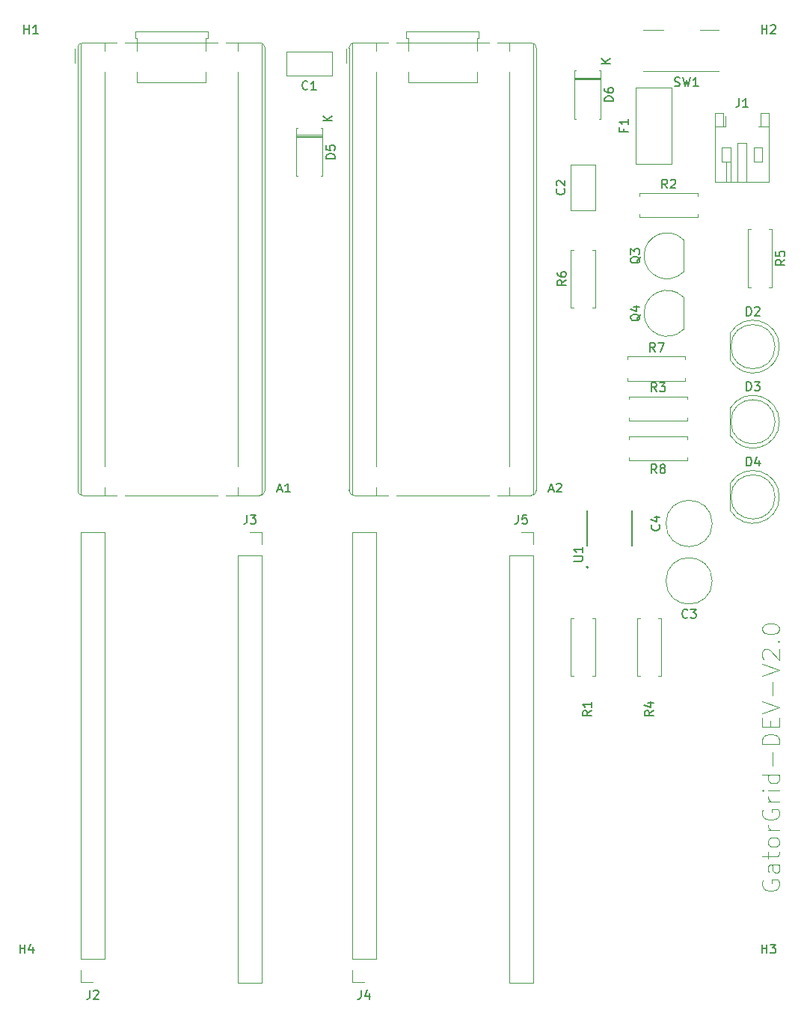
<source format=gbr>
%TF.GenerationSoftware,KiCad,Pcbnew,9.0.0*%
%TF.CreationDate,2025-09-26T14:07:43-04:00*%
%TF.ProjectId,Design V2.0,44657369-676e-4205-9632-2e302e6b6963,rev?*%
%TF.SameCoordinates,Original*%
%TF.FileFunction,Legend,Top*%
%TF.FilePolarity,Positive*%
%FSLAX46Y46*%
G04 Gerber Fmt 4.6, Leading zero omitted, Abs format (unit mm)*
G04 Created by KiCad (PCBNEW 9.0.0) date 2025-09-26 14:07:43*
%MOMM*%
%LPD*%
G01*
G04 APERTURE LIST*
%ADD10C,0.125000*%
%ADD11C,0.150000*%
%ADD12C,0.120000*%
%ADD13C,0.127000*%
%ADD14C,0.200000*%
G04 APERTURE END LIST*
D10*
X244843976Y-125893954D02*
X244748738Y-126084430D01*
X244748738Y-126084430D02*
X244748738Y-126370144D01*
X244748738Y-126370144D02*
X244843976Y-126655859D01*
X244843976Y-126655859D02*
X245034452Y-126846335D01*
X245034452Y-126846335D02*
X245224928Y-126941573D01*
X245224928Y-126941573D02*
X245605880Y-127036811D01*
X245605880Y-127036811D02*
X245891595Y-127036811D01*
X245891595Y-127036811D02*
X246272547Y-126941573D01*
X246272547Y-126941573D02*
X246463023Y-126846335D01*
X246463023Y-126846335D02*
X246653500Y-126655859D01*
X246653500Y-126655859D02*
X246748738Y-126370144D01*
X246748738Y-126370144D02*
X246748738Y-126179668D01*
X246748738Y-126179668D02*
X246653500Y-125893954D01*
X246653500Y-125893954D02*
X246558261Y-125798716D01*
X246558261Y-125798716D02*
X245891595Y-125798716D01*
X245891595Y-125798716D02*
X245891595Y-126179668D01*
X246748738Y-124084430D02*
X245701119Y-124084430D01*
X245701119Y-124084430D02*
X245510642Y-124179668D01*
X245510642Y-124179668D02*
X245415404Y-124370144D01*
X245415404Y-124370144D02*
X245415404Y-124751097D01*
X245415404Y-124751097D02*
X245510642Y-124941573D01*
X246653500Y-124084430D02*
X246748738Y-124274906D01*
X246748738Y-124274906D02*
X246748738Y-124751097D01*
X246748738Y-124751097D02*
X246653500Y-124941573D01*
X246653500Y-124941573D02*
X246463023Y-125036811D01*
X246463023Y-125036811D02*
X246272547Y-125036811D01*
X246272547Y-125036811D02*
X246082071Y-124941573D01*
X246082071Y-124941573D02*
X245986833Y-124751097D01*
X245986833Y-124751097D02*
X245986833Y-124274906D01*
X245986833Y-124274906D02*
X245891595Y-124084430D01*
X245415404Y-123417763D02*
X245415404Y-122655859D01*
X244748738Y-123132049D02*
X246463023Y-123132049D01*
X246463023Y-123132049D02*
X246653500Y-123036811D01*
X246653500Y-123036811D02*
X246748738Y-122846335D01*
X246748738Y-122846335D02*
X246748738Y-122655859D01*
X246748738Y-121703478D02*
X246653500Y-121893954D01*
X246653500Y-121893954D02*
X246558261Y-121989192D01*
X246558261Y-121989192D02*
X246367785Y-122084430D01*
X246367785Y-122084430D02*
X245796357Y-122084430D01*
X245796357Y-122084430D02*
X245605880Y-121989192D01*
X245605880Y-121989192D02*
X245510642Y-121893954D01*
X245510642Y-121893954D02*
X245415404Y-121703478D01*
X245415404Y-121703478D02*
X245415404Y-121417763D01*
X245415404Y-121417763D02*
X245510642Y-121227287D01*
X245510642Y-121227287D02*
X245605880Y-121132049D01*
X245605880Y-121132049D02*
X245796357Y-121036811D01*
X245796357Y-121036811D02*
X246367785Y-121036811D01*
X246367785Y-121036811D02*
X246558261Y-121132049D01*
X246558261Y-121132049D02*
X246653500Y-121227287D01*
X246653500Y-121227287D02*
X246748738Y-121417763D01*
X246748738Y-121417763D02*
X246748738Y-121703478D01*
X246748738Y-120179668D02*
X245415404Y-120179668D01*
X245796357Y-120179668D02*
X245605880Y-120084430D01*
X245605880Y-120084430D02*
X245510642Y-119989192D01*
X245510642Y-119989192D02*
X245415404Y-119798716D01*
X245415404Y-119798716D02*
X245415404Y-119608239D01*
X244843976Y-117893954D02*
X244748738Y-118084430D01*
X244748738Y-118084430D02*
X244748738Y-118370144D01*
X244748738Y-118370144D02*
X244843976Y-118655859D01*
X244843976Y-118655859D02*
X245034452Y-118846335D01*
X245034452Y-118846335D02*
X245224928Y-118941573D01*
X245224928Y-118941573D02*
X245605880Y-119036811D01*
X245605880Y-119036811D02*
X245891595Y-119036811D01*
X245891595Y-119036811D02*
X246272547Y-118941573D01*
X246272547Y-118941573D02*
X246463023Y-118846335D01*
X246463023Y-118846335D02*
X246653500Y-118655859D01*
X246653500Y-118655859D02*
X246748738Y-118370144D01*
X246748738Y-118370144D02*
X246748738Y-118179668D01*
X246748738Y-118179668D02*
X246653500Y-117893954D01*
X246653500Y-117893954D02*
X246558261Y-117798716D01*
X246558261Y-117798716D02*
X245891595Y-117798716D01*
X245891595Y-117798716D02*
X245891595Y-118179668D01*
X246748738Y-116941573D02*
X245415404Y-116941573D01*
X245796357Y-116941573D02*
X245605880Y-116846335D01*
X245605880Y-116846335D02*
X245510642Y-116751097D01*
X245510642Y-116751097D02*
X245415404Y-116560621D01*
X245415404Y-116560621D02*
X245415404Y-116370144D01*
X246748738Y-115703478D02*
X245415404Y-115703478D01*
X244748738Y-115703478D02*
X244843976Y-115798716D01*
X244843976Y-115798716D02*
X244939214Y-115703478D01*
X244939214Y-115703478D02*
X244843976Y-115608240D01*
X244843976Y-115608240D02*
X244748738Y-115703478D01*
X244748738Y-115703478D02*
X244939214Y-115703478D01*
X246748738Y-113893954D02*
X244748738Y-113893954D01*
X246653500Y-113893954D02*
X246748738Y-114084430D01*
X246748738Y-114084430D02*
X246748738Y-114465383D01*
X246748738Y-114465383D02*
X246653500Y-114655859D01*
X246653500Y-114655859D02*
X246558261Y-114751097D01*
X246558261Y-114751097D02*
X246367785Y-114846335D01*
X246367785Y-114846335D02*
X245796357Y-114846335D01*
X245796357Y-114846335D02*
X245605880Y-114751097D01*
X245605880Y-114751097D02*
X245510642Y-114655859D01*
X245510642Y-114655859D02*
X245415404Y-114465383D01*
X245415404Y-114465383D02*
X245415404Y-114084430D01*
X245415404Y-114084430D02*
X245510642Y-113893954D01*
X245986833Y-112941573D02*
X245986833Y-111417764D01*
X246748738Y-110465383D02*
X244748738Y-110465383D01*
X244748738Y-110465383D02*
X244748738Y-109989193D01*
X244748738Y-109989193D02*
X244843976Y-109703478D01*
X244843976Y-109703478D02*
X245034452Y-109513002D01*
X245034452Y-109513002D02*
X245224928Y-109417764D01*
X245224928Y-109417764D02*
X245605880Y-109322526D01*
X245605880Y-109322526D02*
X245891595Y-109322526D01*
X245891595Y-109322526D02*
X246272547Y-109417764D01*
X246272547Y-109417764D02*
X246463023Y-109513002D01*
X246463023Y-109513002D02*
X246653500Y-109703478D01*
X246653500Y-109703478D02*
X246748738Y-109989193D01*
X246748738Y-109989193D02*
X246748738Y-110465383D01*
X245701119Y-108465383D02*
X245701119Y-107798716D01*
X246748738Y-107513002D02*
X246748738Y-108465383D01*
X246748738Y-108465383D02*
X244748738Y-108465383D01*
X244748738Y-108465383D02*
X244748738Y-107513002D01*
X244748738Y-106941573D02*
X246748738Y-106274907D01*
X246748738Y-106274907D02*
X244748738Y-105608240D01*
X245986833Y-104941573D02*
X245986833Y-103417764D01*
X244748738Y-102751097D02*
X246748738Y-102084431D01*
X246748738Y-102084431D02*
X244748738Y-101417764D01*
X244939214Y-100846335D02*
X244843976Y-100751097D01*
X244843976Y-100751097D02*
X244748738Y-100560621D01*
X244748738Y-100560621D02*
X244748738Y-100084430D01*
X244748738Y-100084430D02*
X244843976Y-99893954D01*
X244843976Y-99893954D02*
X244939214Y-99798716D01*
X244939214Y-99798716D02*
X245129690Y-99703478D01*
X245129690Y-99703478D02*
X245320166Y-99703478D01*
X245320166Y-99703478D02*
X245605880Y-99798716D01*
X245605880Y-99798716D02*
X246748738Y-100941573D01*
X246748738Y-100941573D02*
X246748738Y-99703478D01*
X246558261Y-98846335D02*
X246653500Y-98751097D01*
X246653500Y-98751097D02*
X246748738Y-98846335D01*
X246748738Y-98846335D02*
X246653500Y-98941573D01*
X246653500Y-98941573D02*
X246558261Y-98846335D01*
X246558261Y-98846335D02*
X246748738Y-98846335D01*
X244748738Y-97513002D02*
X244748738Y-97322525D01*
X244748738Y-97322525D02*
X244843976Y-97132049D01*
X244843976Y-97132049D02*
X244939214Y-97036811D01*
X244939214Y-97036811D02*
X245129690Y-96941573D01*
X245129690Y-96941573D02*
X245510642Y-96846335D01*
X245510642Y-96846335D02*
X245986833Y-96846335D01*
X245986833Y-96846335D02*
X246367785Y-96941573D01*
X246367785Y-96941573D02*
X246558261Y-97036811D01*
X246558261Y-97036811D02*
X246653500Y-97132049D01*
X246653500Y-97132049D02*
X246748738Y-97322525D01*
X246748738Y-97322525D02*
X246748738Y-97513002D01*
X246748738Y-97513002D02*
X246653500Y-97703478D01*
X246653500Y-97703478D02*
X246558261Y-97798716D01*
X246558261Y-97798716D02*
X246367785Y-97893954D01*
X246367785Y-97893954D02*
X245986833Y-97989192D01*
X245986833Y-97989192D02*
X245510642Y-97989192D01*
X245510642Y-97989192D02*
X245129690Y-97893954D01*
X245129690Y-97893954D02*
X244939214Y-97798716D01*
X244939214Y-97798716D02*
X244843976Y-97703478D01*
X244843976Y-97703478D02*
X244748738Y-97513002D01*
D11*
X222584819Y-57976666D02*
X222108628Y-58309999D01*
X222584819Y-58548094D02*
X221584819Y-58548094D01*
X221584819Y-58548094D02*
X221584819Y-58167142D01*
X221584819Y-58167142D02*
X221632438Y-58071904D01*
X221632438Y-58071904D02*
X221680057Y-58024285D01*
X221680057Y-58024285D02*
X221775295Y-57976666D01*
X221775295Y-57976666D02*
X221918152Y-57976666D01*
X221918152Y-57976666D02*
X222013390Y-58024285D01*
X222013390Y-58024285D02*
X222061009Y-58071904D01*
X222061009Y-58071904D02*
X222108628Y-58167142D01*
X222108628Y-58167142D02*
X222108628Y-58548094D01*
X221584819Y-57119523D02*
X221584819Y-57309999D01*
X221584819Y-57309999D02*
X221632438Y-57405237D01*
X221632438Y-57405237D02*
X221680057Y-57452856D01*
X221680057Y-57452856D02*
X221822914Y-57548094D01*
X221822914Y-57548094D02*
X222013390Y-57595713D01*
X222013390Y-57595713D02*
X222394342Y-57595713D01*
X222394342Y-57595713D02*
X222489580Y-57548094D01*
X222489580Y-57548094D02*
X222537200Y-57500475D01*
X222537200Y-57500475D02*
X222584819Y-57405237D01*
X222584819Y-57405237D02*
X222584819Y-57214761D01*
X222584819Y-57214761D02*
X222537200Y-57119523D01*
X222537200Y-57119523D02*
X222489580Y-57071904D01*
X222489580Y-57071904D02*
X222394342Y-57024285D01*
X222394342Y-57024285D02*
X222156247Y-57024285D01*
X222156247Y-57024285D02*
X222061009Y-57071904D01*
X222061009Y-57071904D02*
X222013390Y-57119523D01*
X222013390Y-57119523D02*
X221965771Y-57214761D01*
X221965771Y-57214761D02*
X221965771Y-57405237D01*
X221965771Y-57405237D02*
X222013390Y-57500475D01*
X222013390Y-57500475D02*
X222061009Y-57548094D01*
X222061009Y-57548094D02*
X222156247Y-57595713D01*
X247324819Y-55666666D02*
X246848628Y-55999999D01*
X247324819Y-56238094D02*
X246324819Y-56238094D01*
X246324819Y-56238094D02*
X246324819Y-55857142D01*
X246324819Y-55857142D02*
X246372438Y-55761904D01*
X246372438Y-55761904D02*
X246420057Y-55714285D01*
X246420057Y-55714285D02*
X246515295Y-55666666D01*
X246515295Y-55666666D02*
X246658152Y-55666666D01*
X246658152Y-55666666D02*
X246753390Y-55714285D01*
X246753390Y-55714285D02*
X246801009Y-55761904D01*
X246801009Y-55761904D02*
X246848628Y-55857142D01*
X246848628Y-55857142D02*
X246848628Y-56238094D01*
X246324819Y-54761904D02*
X246324819Y-55238094D01*
X246324819Y-55238094D02*
X246801009Y-55285713D01*
X246801009Y-55285713D02*
X246753390Y-55238094D01*
X246753390Y-55238094D02*
X246705771Y-55142856D01*
X246705771Y-55142856D02*
X246705771Y-54904761D01*
X246705771Y-54904761D02*
X246753390Y-54809523D01*
X246753390Y-54809523D02*
X246801009Y-54761904D01*
X246801009Y-54761904D02*
X246896247Y-54714285D01*
X246896247Y-54714285D02*
X247134342Y-54714285D01*
X247134342Y-54714285D02*
X247229580Y-54761904D01*
X247229580Y-54761904D02*
X247277200Y-54809523D01*
X247277200Y-54809523D02*
X247324819Y-54904761D01*
X247324819Y-54904761D02*
X247324819Y-55142856D01*
X247324819Y-55142856D02*
X247277200Y-55238094D01*
X247277200Y-55238094D02*
X247229580Y-55285713D01*
X242991905Y-78994819D02*
X242991905Y-77994819D01*
X242991905Y-77994819D02*
X243230000Y-77994819D01*
X243230000Y-77994819D02*
X243372857Y-78042438D01*
X243372857Y-78042438D02*
X243468095Y-78137676D01*
X243468095Y-78137676D02*
X243515714Y-78232914D01*
X243515714Y-78232914D02*
X243563333Y-78423390D01*
X243563333Y-78423390D02*
X243563333Y-78566247D01*
X243563333Y-78566247D02*
X243515714Y-78756723D01*
X243515714Y-78756723D02*
X243468095Y-78851961D01*
X243468095Y-78851961D02*
X243372857Y-78947200D01*
X243372857Y-78947200D02*
X243230000Y-78994819D01*
X243230000Y-78994819D02*
X242991905Y-78994819D01*
X244420476Y-78328152D02*
X244420476Y-78994819D01*
X244182381Y-77947200D02*
X243944286Y-78661485D01*
X243944286Y-78661485D02*
X244563333Y-78661485D01*
X232833333Y-79824819D02*
X232500000Y-79348628D01*
X232261905Y-79824819D02*
X232261905Y-78824819D01*
X232261905Y-78824819D02*
X232642857Y-78824819D01*
X232642857Y-78824819D02*
X232738095Y-78872438D01*
X232738095Y-78872438D02*
X232785714Y-78920057D01*
X232785714Y-78920057D02*
X232833333Y-79015295D01*
X232833333Y-79015295D02*
X232833333Y-79158152D01*
X232833333Y-79158152D02*
X232785714Y-79253390D01*
X232785714Y-79253390D02*
X232738095Y-79301009D01*
X232738095Y-79301009D02*
X232642857Y-79348628D01*
X232642857Y-79348628D02*
X232261905Y-79348628D01*
X233404762Y-79253390D02*
X233309524Y-79205771D01*
X233309524Y-79205771D02*
X233261905Y-79158152D01*
X233261905Y-79158152D02*
X233214286Y-79062914D01*
X233214286Y-79062914D02*
X233214286Y-79015295D01*
X233214286Y-79015295D02*
X233261905Y-78920057D01*
X233261905Y-78920057D02*
X233309524Y-78872438D01*
X233309524Y-78872438D02*
X233404762Y-78824819D01*
X233404762Y-78824819D02*
X233595238Y-78824819D01*
X233595238Y-78824819D02*
X233690476Y-78872438D01*
X233690476Y-78872438D02*
X233738095Y-78920057D01*
X233738095Y-78920057D02*
X233785714Y-79015295D01*
X233785714Y-79015295D02*
X233785714Y-79062914D01*
X233785714Y-79062914D02*
X233738095Y-79158152D01*
X233738095Y-79158152D02*
X233690476Y-79205771D01*
X233690476Y-79205771D02*
X233595238Y-79253390D01*
X233595238Y-79253390D02*
X233404762Y-79253390D01*
X233404762Y-79253390D02*
X233309524Y-79301009D01*
X233309524Y-79301009D02*
X233261905Y-79348628D01*
X233261905Y-79348628D02*
X233214286Y-79443866D01*
X233214286Y-79443866D02*
X233214286Y-79634342D01*
X233214286Y-79634342D02*
X233261905Y-79729580D01*
X233261905Y-79729580D02*
X233309524Y-79777200D01*
X233309524Y-79777200D02*
X233404762Y-79824819D01*
X233404762Y-79824819D02*
X233595238Y-79824819D01*
X233595238Y-79824819D02*
X233690476Y-79777200D01*
X233690476Y-79777200D02*
X233738095Y-79729580D01*
X233738095Y-79729580D02*
X233785714Y-79634342D01*
X233785714Y-79634342D02*
X233785714Y-79443866D01*
X233785714Y-79443866D02*
X233738095Y-79348628D01*
X233738095Y-79348628D02*
X233690476Y-79301009D01*
X233690476Y-79301009D02*
X233595238Y-79253390D01*
X189926660Y-81664104D02*
X190402850Y-81664104D01*
X189831422Y-81949819D02*
X190164755Y-80949819D01*
X190164755Y-80949819D02*
X190498088Y-81949819D01*
X191355231Y-81949819D02*
X190783803Y-81949819D01*
X191069517Y-81949819D02*
X191069517Y-80949819D01*
X191069517Y-80949819D02*
X190974279Y-81092676D01*
X190974279Y-81092676D02*
X190879041Y-81187914D01*
X190879041Y-81187914D02*
X190783803Y-81235533D01*
X229091009Y-40843333D02*
X229091009Y-41176666D01*
X229614819Y-41176666D02*
X228614819Y-41176666D01*
X228614819Y-41176666D02*
X228614819Y-40700476D01*
X229614819Y-39795714D02*
X229614819Y-40367142D01*
X229614819Y-40081428D02*
X228614819Y-40081428D01*
X228614819Y-40081428D02*
X228757676Y-40176666D01*
X228757676Y-40176666D02*
X228852914Y-40271904D01*
X228852914Y-40271904D02*
X228900533Y-40367142D01*
X234023333Y-47584819D02*
X233690000Y-47108628D01*
X233451905Y-47584819D02*
X233451905Y-46584819D01*
X233451905Y-46584819D02*
X233832857Y-46584819D01*
X233832857Y-46584819D02*
X233928095Y-46632438D01*
X233928095Y-46632438D02*
X233975714Y-46680057D01*
X233975714Y-46680057D02*
X234023333Y-46775295D01*
X234023333Y-46775295D02*
X234023333Y-46918152D01*
X234023333Y-46918152D02*
X233975714Y-47013390D01*
X233975714Y-47013390D02*
X233928095Y-47061009D01*
X233928095Y-47061009D02*
X233832857Y-47108628D01*
X233832857Y-47108628D02*
X233451905Y-47108628D01*
X234404286Y-46680057D02*
X234451905Y-46632438D01*
X234451905Y-46632438D02*
X234547143Y-46584819D01*
X234547143Y-46584819D02*
X234785238Y-46584819D01*
X234785238Y-46584819D02*
X234880476Y-46632438D01*
X234880476Y-46632438D02*
X234928095Y-46680057D01*
X234928095Y-46680057D02*
X234975714Y-46775295D01*
X234975714Y-46775295D02*
X234975714Y-46870533D01*
X234975714Y-46870533D02*
X234928095Y-47013390D01*
X234928095Y-47013390D02*
X234356667Y-47584819D01*
X234356667Y-47584819D02*
X234975714Y-47584819D01*
X196424819Y-44238094D02*
X195424819Y-44238094D01*
X195424819Y-44238094D02*
X195424819Y-43999999D01*
X195424819Y-43999999D02*
X195472438Y-43857142D01*
X195472438Y-43857142D02*
X195567676Y-43761904D01*
X195567676Y-43761904D02*
X195662914Y-43714285D01*
X195662914Y-43714285D02*
X195853390Y-43666666D01*
X195853390Y-43666666D02*
X195996247Y-43666666D01*
X195996247Y-43666666D02*
X196186723Y-43714285D01*
X196186723Y-43714285D02*
X196281961Y-43761904D01*
X196281961Y-43761904D02*
X196377200Y-43857142D01*
X196377200Y-43857142D02*
X196424819Y-43999999D01*
X196424819Y-43999999D02*
X196424819Y-44238094D01*
X195424819Y-42761904D02*
X195424819Y-43238094D01*
X195424819Y-43238094D02*
X195901009Y-43285713D01*
X195901009Y-43285713D02*
X195853390Y-43238094D01*
X195853390Y-43238094D02*
X195805771Y-43142856D01*
X195805771Y-43142856D02*
X195805771Y-42904761D01*
X195805771Y-42904761D02*
X195853390Y-42809523D01*
X195853390Y-42809523D02*
X195901009Y-42761904D01*
X195901009Y-42761904D02*
X195996247Y-42714285D01*
X195996247Y-42714285D02*
X196234342Y-42714285D01*
X196234342Y-42714285D02*
X196329580Y-42761904D01*
X196329580Y-42761904D02*
X196377200Y-42809523D01*
X196377200Y-42809523D02*
X196424819Y-42904761D01*
X196424819Y-42904761D02*
X196424819Y-43142856D01*
X196424819Y-43142856D02*
X196377200Y-43238094D01*
X196377200Y-43238094D02*
X196329580Y-43285713D01*
X196054819Y-39951904D02*
X195054819Y-39951904D01*
X196054819Y-39380476D02*
X195483390Y-39809047D01*
X195054819Y-39380476D02*
X195626247Y-39951904D01*
X234866667Y-36007200D02*
X235009524Y-36054819D01*
X235009524Y-36054819D02*
X235247619Y-36054819D01*
X235247619Y-36054819D02*
X235342857Y-36007200D01*
X235342857Y-36007200D02*
X235390476Y-35959580D01*
X235390476Y-35959580D02*
X235438095Y-35864342D01*
X235438095Y-35864342D02*
X235438095Y-35769104D01*
X235438095Y-35769104D02*
X235390476Y-35673866D01*
X235390476Y-35673866D02*
X235342857Y-35626247D01*
X235342857Y-35626247D02*
X235247619Y-35578628D01*
X235247619Y-35578628D02*
X235057143Y-35531009D01*
X235057143Y-35531009D02*
X234961905Y-35483390D01*
X234961905Y-35483390D02*
X234914286Y-35435771D01*
X234914286Y-35435771D02*
X234866667Y-35340533D01*
X234866667Y-35340533D02*
X234866667Y-35245295D01*
X234866667Y-35245295D02*
X234914286Y-35150057D01*
X234914286Y-35150057D02*
X234961905Y-35102438D01*
X234961905Y-35102438D02*
X235057143Y-35054819D01*
X235057143Y-35054819D02*
X235295238Y-35054819D01*
X235295238Y-35054819D02*
X235438095Y-35102438D01*
X235771429Y-35054819D02*
X236009524Y-36054819D01*
X236009524Y-36054819D02*
X236200000Y-35340533D01*
X236200000Y-35340533D02*
X236390476Y-36054819D01*
X236390476Y-36054819D02*
X236628572Y-35054819D01*
X237533333Y-36054819D02*
X236961905Y-36054819D01*
X237247619Y-36054819D02*
X237247619Y-35054819D01*
X237247619Y-35054819D02*
X237152381Y-35197676D01*
X237152381Y-35197676D02*
X237057143Y-35292914D01*
X237057143Y-35292914D02*
X236961905Y-35340533D01*
X233109580Y-85666666D02*
X233157200Y-85714285D01*
X233157200Y-85714285D02*
X233204819Y-85857142D01*
X233204819Y-85857142D02*
X233204819Y-85952380D01*
X233204819Y-85952380D02*
X233157200Y-86095237D01*
X233157200Y-86095237D02*
X233061961Y-86190475D01*
X233061961Y-86190475D02*
X232966723Y-86238094D01*
X232966723Y-86238094D02*
X232776247Y-86285713D01*
X232776247Y-86285713D02*
X232633390Y-86285713D01*
X232633390Y-86285713D02*
X232442914Y-86238094D01*
X232442914Y-86238094D02*
X232347676Y-86190475D01*
X232347676Y-86190475D02*
X232252438Y-86095237D01*
X232252438Y-86095237D02*
X232204819Y-85952380D01*
X232204819Y-85952380D02*
X232204819Y-85857142D01*
X232204819Y-85857142D02*
X232252438Y-85714285D01*
X232252438Y-85714285D02*
X232300057Y-85666666D01*
X232538152Y-84809523D02*
X233204819Y-84809523D01*
X232157200Y-85047618D02*
X232871485Y-85285713D01*
X232871485Y-85285713D02*
X232871485Y-84666666D01*
X222359580Y-47666666D02*
X222407200Y-47714285D01*
X222407200Y-47714285D02*
X222454819Y-47857142D01*
X222454819Y-47857142D02*
X222454819Y-47952380D01*
X222454819Y-47952380D02*
X222407200Y-48095237D01*
X222407200Y-48095237D02*
X222311961Y-48190475D01*
X222311961Y-48190475D02*
X222216723Y-48238094D01*
X222216723Y-48238094D02*
X222026247Y-48285713D01*
X222026247Y-48285713D02*
X221883390Y-48285713D01*
X221883390Y-48285713D02*
X221692914Y-48238094D01*
X221692914Y-48238094D02*
X221597676Y-48190475D01*
X221597676Y-48190475D02*
X221502438Y-48095237D01*
X221502438Y-48095237D02*
X221454819Y-47952380D01*
X221454819Y-47952380D02*
X221454819Y-47857142D01*
X221454819Y-47857142D02*
X221502438Y-47714285D01*
X221502438Y-47714285D02*
X221550057Y-47666666D01*
X221550057Y-47285713D02*
X221502438Y-47238094D01*
X221502438Y-47238094D02*
X221454819Y-47142856D01*
X221454819Y-47142856D02*
X221454819Y-46904761D01*
X221454819Y-46904761D02*
X221502438Y-46809523D01*
X221502438Y-46809523D02*
X221550057Y-46761904D01*
X221550057Y-46761904D02*
X221645295Y-46714285D01*
X221645295Y-46714285D02*
X221740533Y-46714285D01*
X221740533Y-46714285D02*
X221883390Y-46761904D01*
X221883390Y-46761904D02*
X222454819Y-47333332D01*
X222454819Y-47333332D02*
X222454819Y-46714285D01*
X199386666Y-138284819D02*
X199386666Y-138999104D01*
X199386666Y-138999104D02*
X199339047Y-139141961D01*
X199339047Y-139141961D02*
X199243809Y-139237200D01*
X199243809Y-139237200D02*
X199100952Y-139284819D01*
X199100952Y-139284819D02*
X199005714Y-139284819D01*
X200291428Y-138618152D02*
X200291428Y-139284819D01*
X200053333Y-138237200D02*
X199815238Y-138951485D01*
X199815238Y-138951485D02*
X200434285Y-138951485D01*
X244738095Y-30104819D02*
X244738095Y-29104819D01*
X244738095Y-29581009D02*
X245309523Y-29581009D01*
X245309523Y-30104819D02*
X245309523Y-29104819D01*
X245738095Y-29200057D02*
X245785714Y-29152438D01*
X245785714Y-29152438D02*
X245880952Y-29104819D01*
X245880952Y-29104819D02*
X246119047Y-29104819D01*
X246119047Y-29104819D02*
X246214285Y-29152438D01*
X246214285Y-29152438D02*
X246261904Y-29200057D01*
X246261904Y-29200057D02*
X246309523Y-29295295D01*
X246309523Y-29295295D02*
X246309523Y-29390533D01*
X246309523Y-29390533D02*
X246261904Y-29533390D01*
X246261904Y-29533390D02*
X245690476Y-30104819D01*
X245690476Y-30104819D02*
X246309523Y-30104819D01*
X186446666Y-84544819D02*
X186446666Y-85259104D01*
X186446666Y-85259104D02*
X186399047Y-85401961D01*
X186399047Y-85401961D02*
X186303809Y-85497200D01*
X186303809Y-85497200D02*
X186160952Y-85544819D01*
X186160952Y-85544819D02*
X186065714Y-85544819D01*
X186827619Y-84544819D02*
X187446666Y-84544819D01*
X187446666Y-84544819D02*
X187113333Y-84925771D01*
X187113333Y-84925771D02*
X187256190Y-84925771D01*
X187256190Y-84925771D02*
X187351428Y-84973390D01*
X187351428Y-84973390D02*
X187399047Y-85021009D01*
X187399047Y-85021009D02*
X187446666Y-85116247D01*
X187446666Y-85116247D02*
X187446666Y-85354342D01*
X187446666Y-85354342D02*
X187399047Y-85449580D01*
X187399047Y-85449580D02*
X187351428Y-85497200D01*
X187351428Y-85497200D02*
X187256190Y-85544819D01*
X187256190Y-85544819D02*
X186970476Y-85544819D01*
X186970476Y-85544819D02*
X186875238Y-85497200D01*
X186875238Y-85497200D02*
X186827619Y-85449580D01*
X242166666Y-37404819D02*
X242166666Y-38119104D01*
X242166666Y-38119104D02*
X242119047Y-38261961D01*
X242119047Y-38261961D02*
X242023809Y-38357200D01*
X242023809Y-38357200D02*
X241880952Y-38404819D01*
X241880952Y-38404819D02*
X241785714Y-38404819D01*
X243166666Y-38404819D02*
X242595238Y-38404819D01*
X242880952Y-38404819D02*
X242880952Y-37404819D01*
X242880952Y-37404819D02*
X242785714Y-37547676D01*
X242785714Y-37547676D02*
X242690476Y-37642914D01*
X242690476Y-37642914D02*
X242595238Y-37690533D01*
X193333333Y-36359580D02*
X193285714Y-36407200D01*
X193285714Y-36407200D02*
X193142857Y-36454819D01*
X193142857Y-36454819D02*
X193047619Y-36454819D01*
X193047619Y-36454819D02*
X192904762Y-36407200D01*
X192904762Y-36407200D02*
X192809524Y-36311961D01*
X192809524Y-36311961D02*
X192761905Y-36216723D01*
X192761905Y-36216723D02*
X192714286Y-36026247D01*
X192714286Y-36026247D02*
X192714286Y-35883390D01*
X192714286Y-35883390D02*
X192761905Y-35692914D01*
X192761905Y-35692914D02*
X192809524Y-35597676D01*
X192809524Y-35597676D02*
X192904762Y-35502438D01*
X192904762Y-35502438D02*
X193047619Y-35454819D01*
X193047619Y-35454819D02*
X193142857Y-35454819D01*
X193142857Y-35454819D02*
X193285714Y-35502438D01*
X193285714Y-35502438D02*
X193333333Y-35550057D01*
X194285714Y-36454819D02*
X193714286Y-36454819D01*
X194000000Y-36454819D02*
X194000000Y-35454819D01*
X194000000Y-35454819D02*
X193904762Y-35597676D01*
X193904762Y-35597676D02*
X193809524Y-35692914D01*
X193809524Y-35692914D02*
X193714286Y-35740533D01*
X168666666Y-138284819D02*
X168666666Y-138999104D01*
X168666666Y-138999104D02*
X168619047Y-139141961D01*
X168619047Y-139141961D02*
X168523809Y-139237200D01*
X168523809Y-139237200D02*
X168380952Y-139284819D01*
X168380952Y-139284819D02*
X168285714Y-139284819D01*
X169095238Y-138380057D02*
X169142857Y-138332438D01*
X169142857Y-138332438D02*
X169238095Y-138284819D01*
X169238095Y-138284819D02*
X169476190Y-138284819D01*
X169476190Y-138284819D02*
X169571428Y-138332438D01*
X169571428Y-138332438D02*
X169619047Y-138380057D01*
X169619047Y-138380057D02*
X169666666Y-138475295D01*
X169666666Y-138475295D02*
X169666666Y-138570533D01*
X169666666Y-138570533D02*
X169619047Y-138713390D01*
X169619047Y-138713390D02*
X169047619Y-139284819D01*
X169047619Y-139284819D02*
X169666666Y-139284819D01*
X225454819Y-106666666D02*
X224978628Y-106999999D01*
X225454819Y-107238094D02*
X224454819Y-107238094D01*
X224454819Y-107238094D02*
X224454819Y-106857142D01*
X224454819Y-106857142D02*
X224502438Y-106761904D01*
X224502438Y-106761904D02*
X224550057Y-106714285D01*
X224550057Y-106714285D02*
X224645295Y-106666666D01*
X224645295Y-106666666D02*
X224788152Y-106666666D01*
X224788152Y-106666666D02*
X224883390Y-106714285D01*
X224883390Y-106714285D02*
X224931009Y-106761904D01*
X224931009Y-106761904D02*
X224978628Y-106857142D01*
X224978628Y-106857142D02*
X224978628Y-107238094D01*
X225454819Y-105714285D02*
X225454819Y-106285713D01*
X225454819Y-105999999D02*
X224454819Y-105999999D01*
X224454819Y-105999999D02*
X224597676Y-106095237D01*
X224597676Y-106095237D02*
X224692914Y-106190475D01*
X224692914Y-106190475D02*
X224740533Y-106285713D01*
X232643333Y-66084819D02*
X232310000Y-65608628D01*
X232071905Y-66084819D02*
X232071905Y-65084819D01*
X232071905Y-65084819D02*
X232452857Y-65084819D01*
X232452857Y-65084819D02*
X232548095Y-65132438D01*
X232548095Y-65132438D02*
X232595714Y-65180057D01*
X232595714Y-65180057D02*
X232643333Y-65275295D01*
X232643333Y-65275295D02*
X232643333Y-65418152D01*
X232643333Y-65418152D02*
X232595714Y-65513390D01*
X232595714Y-65513390D02*
X232548095Y-65561009D01*
X232548095Y-65561009D02*
X232452857Y-65608628D01*
X232452857Y-65608628D02*
X232071905Y-65608628D01*
X232976667Y-65084819D02*
X233643333Y-65084819D01*
X233643333Y-65084819D02*
X233214762Y-66084819D01*
X242991905Y-61994819D02*
X242991905Y-60994819D01*
X242991905Y-60994819D02*
X243230000Y-60994819D01*
X243230000Y-60994819D02*
X243372857Y-61042438D01*
X243372857Y-61042438D02*
X243468095Y-61137676D01*
X243468095Y-61137676D02*
X243515714Y-61232914D01*
X243515714Y-61232914D02*
X243563333Y-61423390D01*
X243563333Y-61423390D02*
X243563333Y-61566247D01*
X243563333Y-61566247D02*
X243515714Y-61756723D01*
X243515714Y-61756723D02*
X243468095Y-61851961D01*
X243468095Y-61851961D02*
X243372857Y-61947200D01*
X243372857Y-61947200D02*
X243230000Y-61994819D01*
X243230000Y-61994819D02*
X242991905Y-61994819D01*
X243944286Y-61090057D02*
X243991905Y-61042438D01*
X243991905Y-61042438D02*
X244087143Y-60994819D01*
X244087143Y-60994819D02*
X244325238Y-60994819D01*
X244325238Y-60994819D02*
X244420476Y-61042438D01*
X244420476Y-61042438D02*
X244468095Y-61090057D01*
X244468095Y-61090057D02*
X244515714Y-61185295D01*
X244515714Y-61185295D02*
X244515714Y-61280533D01*
X244515714Y-61280533D02*
X244468095Y-61423390D01*
X244468095Y-61423390D02*
X243896667Y-61994819D01*
X243896667Y-61994819D02*
X244515714Y-61994819D01*
X161238095Y-30104819D02*
X161238095Y-29104819D01*
X161238095Y-29581009D02*
X161809523Y-29581009D01*
X161809523Y-30104819D02*
X161809523Y-29104819D01*
X162809523Y-30104819D02*
X162238095Y-30104819D01*
X162523809Y-30104819D02*
X162523809Y-29104819D01*
X162523809Y-29104819D02*
X162428571Y-29247676D01*
X162428571Y-29247676D02*
X162333333Y-29342914D01*
X162333333Y-29342914D02*
X162238095Y-29390533D01*
X242991905Y-70494819D02*
X242991905Y-69494819D01*
X242991905Y-69494819D02*
X243230000Y-69494819D01*
X243230000Y-69494819D02*
X243372857Y-69542438D01*
X243372857Y-69542438D02*
X243468095Y-69637676D01*
X243468095Y-69637676D02*
X243515714Y-69732914D01*
X243515714Y-69732914D02*
X243563333Y-69923390D01*
X243563333Y-69923390D02*
X243563333Y-70066247D01*
X243563333Y-70066247D02*
X243515714Y-70256723D01*
X243515714Y-70256723D02*
X243468095Y-70351961D01*
X243468095Y-70351961D02*
X243372857Y-70447200D01*
X243372857Y-70447200D02*
X243230000Y-70494819D01*
X243230000Y-70494819D02*
X242991905Y-70494819D01*
X243896667Y-69494819D02*
X244515714Y-69494819D01*
X244515714Y-69494819D02*
X244182381Y-69875771D01*
X244182381Y-69875771D02*
X244325238Y-69875771D01*
X244325238Y-69875771D02*
X244420476Y-69923390D01*
X244420476Y-69923390D02*
X244468095Y-69971009D01*
X244468095Y-69971009D02*
X244515714Y-70066247D01*
X244515714Y-70066247D02*
X244515714Y-70304342D01*
X244515714Y-70304342D02*
X244468095Y-70399580D01*
X244468095Y-70399580D02*
X244420476Y-70447200D01*
X244420476Y-70447200D02*
X244325238Y-70494819D01*
X244325238Y-70494819D02*
X244039524Y-70494819D01*
X244039524Y-70494819D02*
X243944286Y-70447200D01*
X243944286Y-70447200D02*
X243896667Y-70399580D01*
X236333333Y-96109580D02*
X236285714Y-96157200D01*
X236285714Y-96157200D02*
X236142857Y-96204819D01*
X236142857Y-96204819D02*
X236047619Y-96204819D01*
X236047619Y-96204819D02*
X235904762Y-96157200D01*
X235904762Y-96157200D02*
X235809524Y-96061961D01*
X235809524Y-96061961D02*
X235761905Y-95966723D01*
X235761905Y-95966723D02*
X235714286Y-95776247D01*
X235714286Y-95776247D02*
X235714286Y-95633390D01*
X235714286Y-95633390D02*
X235761905Y-95442914D01*
X235761905Y-95442914D02*
X235809524Y-95347676D01*
X235809524Y-95347676D02*
X235904762Y-95252438D01*
X235904762Y-95252438D02*
X236047619Y-95204819D01*
X236047619Y-95204819D02*
X236142857Y-95204819D01*
X236142857Y-95204819D02*
X236285714Y-95252438D01*
X236285714Y-95252438D02*
X236333333Y-95300057D01*
X236666667Y-95204819D02*
X237285714Y-95204819D01*
X237285714Y-95204819D02*
X236952381Y-95585771D01*
X236952381Y-95585771D02*
X237095238Y-95585771D01*
X237095238Y-95585771D02*
X237190476Y-95633390D01*
X237190476Y-95633390D02*
X237238095Y-95681009D01*
X237238095Y-95681009D02*
X237285714Y-95776247D01*
X237285714Y-95776247D02*
X237285714Y-96014342D01*
X237285714Y-96014342D02*
X237238095Y-96109580D01*
X237238095Y-96109580D02*
X237190476Y-96157200D01*
X237190476Y-96157200D02*
X237095238Y-96204819D01*
X237095238Y-96204819D02*
X236809524Y-96204819D01*
X236809524Y-96204819D02*
X236714286Y-96157200D01*
X236714286Y-96157200D02*
X236666667Y-96109580D01*
X227924819Y-37738094D02*
X226924819Y-37738094D01*
X226924819Y-37738094D02*
X226924819Y-37499999D01*
X226924819Y-37499999D02*
X226972438Y-37357142D01*
X226972438Y-37357142D02*
X227067676Y-37261904D01*
X227067676Y-37261904D02*
X227162914Y-37214285D01*
X227162914Y-37214285D02*
X227353390Y-37166666D01*
X227353390Y-37166666D02*
X227496247Y-37166666D01*
X227496247Y-37166666D02*
X227686723Y-37214285D01*
X227686723Y-37214285D02*
X227781961Y-37261904D01*
X227781961Y-37261904D02*
X227877200Y-37357142D01*
X227877200Y-37357142D02*
X227924819Y-37499999D01*
X227924819Y-37499999D02*
X227924819Y-37738094D01*
X226924819Y-36309523D02*
X226924819Y-36499999D01*
X226924819Y-36499999D02*
X226972438Y-36595237D01*
X226972438Y-36595237D02*
X227020057Y-36642856D01*
X227020057Y-36642856D02*
X227162914Y-36738094D01*
X227162914Y-36738094D02*
X227353390Y-36785713D01*
X227353390Y-36785713D02*
X227734342Y-36785713D01*
X227734342Y-36785713D02*
X227829580Y-36738094D01*
X227829580Y-36738094D02*
X227877200Y-36690475D01*
X227877200Y-36690475D02*
X227924819Y-36595237D01*
X227924819Y-36595237D02*
X227924819Y-36404761D01*
X227924819Y-36404761D02*
X227877200Y-36309523D01*
X227877200Y-36309523D02*
X227829580Y-36261904D01*
X227829580Y-36261904D02*
X227734342Y-36214285D01*
X227734342Y-36214285D02*
X227496247Y-36214285D01*
X227496247Y-36214285D02*
X227401009Y-36261904D01*
X227401009Y-36261904D02*
X227353390Y-36309523D01*
X227353390Y-36309523D02*
X227305771Y-36404761D01*
X227305771Y-36404761D02*
X227305771Y-36595237D01*
X227305771Y-36595237D02*
X227353390Y-36690475D01*
X227353390Y-36690475D02*
X227401009Y-36738094D01*
X227401009Y-36738094D02*
X227496247Y-36785713D01*
X227554819Y-33451904D02*
X226554819Y-33451904D01*
X227554819Y-32880476D02*
X226983390Y-33309047D01*
X226554819Y-32880476D02*
X227126247Y-33451904D01*
X230990057Y-55325238D02*
X230942438Y-55420476D01*
X230942438Y-55420476D02*
X230847200Y-55515714D01*
X230847200Y-55515714D02*
X230704342Y-55658571D01*
X230704342Y-55658571D02*
X230656723Y-55753809D01*
X230656723Y-55753809D02*
X230656723Y-55849047D01*
X230894819Y-55801428D02*
X230847200Y-55896666D01*
X230847200Y-55896666D02*
X230751961Y-55991904D01*
X230751961Y-55991904D02*
X230561485Y-56039523D01*
X230561485Y-56039523D02*
X230228152Y-56039523D01*
X230228152Y-56039523D02*
X230037676Y-55991904D01*
X230037676Y-55991904D02*
X229942438Y-55896666D01*
X229942438Y-55896666D02*
X229894819Y-55801428D01*
X229894819Y-55801428D02*
X229894819Y-55610952D01*
X229894819Y-55610952D02*
X229942438Y-55515714D01*
X229942438Y-55515714D02*
X230037676Y-55420476D01*
X230037676Y-55420476D02*
X230228152Y-55372857D01*
X230228152Y-55372857D02*
X230561485Y-55372857D01*
X230561485Y-55372857D02*
X230751961Y-55420476D01*
X230751961Y-55420476D02*
X230847200Y-55515714D01*
X230847200Y-55515714D02*
X230894819Y-55610952D01*
X230894819Y-55610952D02*
X230894819Y-55801428D01*
X229894819Y-55039523D02*
X229894819Y-54420476D01*
X229894819Y-54420476D02*
X230275771Y-54753809D01*
X230275771Y-54753809D02*
X230275771Y-54610952D01*
X230275771Y-54610952D02*
X230323390Y-54515714D01*
X230323390Y-54515714D02*
X230371009Y-54468095D01*
X230371009Y-54468095D02*
X230466247Y-54420476D01*
X230466247Y-54420476D02*
X230704342Y-54420476D01*
X230704342Y-54420476D02*
X230799580Y-54468095D01*
X230799580Y-54468095D02*
X230847200Y-54515714D01*
X230847200Y-54515714D02*
X230894819Y-54610952D01*
X230894819Y-54610952D02*
X230894819Y-54896666D01*
X230894819Y-54896666D02*
X230847200Y-54991904D01*
X230847200Y-54991904D02*
X230799580Y-55039523D01*
X232833333Y-70584819D02*
X232500000Y-70108628D01*
X232261905Y-70584819D02*
X232261905Y-69584819D01*
X232261905Y-69584819D02*
X232642857Y-69584819D01*
X232642857Y-69584819D02*
X232738095Y-69632438D01*
X232738095Y-69632438D02*
X232785714Y-69680057D01*
X232785714Y-69680057D02*
X232833333Y-69775295D01*
X232833333Y-69775295D02*
X232833333Y-69918152D01*
X232833333Y-69918152D02*
X232785714Y-70013390D01*
X232785714Y-70013390D02*
X232738095Y-70061009D01*
X232738095Y-70061009D02*
X232642857Y-70108628D01*
X232642857Y-70108628D02*
X232261905Y-70108628D01*
X233166667Y-69584819D02*
X233785714Y-69584819D01*
X233785714Y-69584819D02*
X233452381Y-69965771D01*
X233452381Y-69965771D02*
X233595238Y-69965771D01*
X233595238Y-69965771D02*
X233690476Y-70013390D01*
X233690476Y-70013390D02*
X233738095Y-70061009D01*
X233738095Y-70061009D02*
X233785714Y-70156247D01*
X233785714Y-70156247D02*
X233785714Y-70394342D01*
X233785714Y-70394342D02*
X233738095Y-70489580D01*
X233738095Y-70489580D02*
X233690476Y-70537200D01*
X233690476Y-70537200D02*
X233595238Y-70584819D01*
X233595238Y-70584819D02*
X233309524Y-70584819D01*
X233309524Y-70584819D02*
X233214286Y-70537200D01*
X233214286Y-70537200D02*
X233166667Y-70489580D01*
X244738095Y-134104819D02*
X244738095Y-133104819D01*
X244738095Y-133581009D02*
X245309523Y-133581009D01*
X245309523Y-134104819D02*
X245309523Y-133104819D01*
X245690476Y-133104819D02*
X246309523Y-133104819D01*
X246309523Y-133104819D02*
X245976190Y-133485771D01*
X245976190Y-133485771D02*
X246119047Y-133485771D01*
X246119047Y-133485771D02*
X246214285Y-133533390D01*
X246214285Y-133533390D02*
X246261904Y-133581009D01*
X246261904Y-133581009D02*
X246309523Y-133676247D01*
X246309523Y-133676247D02*
X246309523Y-133914342D01*
X246309523Y-133914342D02*
X246261904Y-134009580D01*
X246261904Y-134009580D02*
X246214285Y-134057200D01*
X246214285Y-134057200D02*
X246119047Y-134104819D01*
X246119047Y-134104819D02*
X245833333Y-134104819D01*
X245833333Y-134104819D02*
X245738095Y-134057200D01*
X245738095Y-134057200D02*
X245690476Y-134009580D01*
X217166666Y-84544819D02*
X217166666Y-85259104D01*
X217166666Y-85259104D02*
X217119047Y-85401961D01*
X217119047Y-85401961D02*
X217023809Y-85497200D01*
X217023809Y-85497200D02*
X216880952Y-85544819D01*
X216880952Y-85544819D02*
X216785714Y-85544819D01*
X218119047Y-84544819D02*
X217642857Y-84544819D01*
X217642857Y-84544819D02*
X217595238Y-85021009D01*
X217595238Y-85021009D02*
X217642857Y-84973390D01*
X217642857Y-84973390D02*
X217738095Y-84925771D01*
X217738095Y-84925771D02*
X217976190Y-84925771D01*
X217976190Y-84925771D02*
X218071428Y-84973390D01*
X218071428Y-84973390D02*
X218119047Y-85021009D01*
X218119047Y-85021009D02*
X218166666Y-85116247D01*
X218166666Y-85116247D02*
X218166666Y-85354342D01*
X218166666Y-85354342D02*
X218119047Y-85449580D01*
X218119047Y-85449580D02*
X218071428Y-85497200D01*
X218071428Y-85497200D02*
X217976190Y-85544819D01*
X217976190Y-85544819D02*
X217738095Y-85544819D01*
X217738095Y-85544819D02*
X217642857Y-85497200D01*
X217642857Y-85497200D02*
X217595238Y-85449580D01*
X160738095Y-134104819D02*
X160738095Y-133104819D01*
X160738095Y-133581009D02*
X161309523Y-133581009D01*
X161309523Y-134104819D02*
X161309523Y-133104819D01*
X162214285Y-133438152D02*
X162214285Y-134104819D01*
X161976190Y-133057200D02*
X161738095Y-133771485D01*
X161738095Y-133771485D02*
X162357142Y-133771485D01*
X223454819Y-89761904D02*
X224264342Y-89761904D01*
X224264342Y-89761904D02*
X224359580Y-89714285D01*
X224359580Y-89714285D02*
X224407200Y-89666666D01*
X224407200Y-89666666D02*
X224454819Y-89571428D01*
X224454819Y-89571428D02*
X224454819Y-89380952D01*
X224454819Y-89380952D02*
X224407200Y-89285714D01*
X224407200Y-89285714D02*
X224359580Y-89238095D01*
X224359580Y-89238095D02*
X224264342Y-89190476D01*
X224264342Y-89190476D02*
X223454819Y-89190476D01*
X224454819Y-88190476D02*
X224454819Y-88761904D01*
X224454819Y-88476190D02*
X223454819Y-88476190D01*
X223454819Y-88476190D02*
X223597676Y-88571428D01*
X223597676Y-88571428D02*
X223692914Y-88666666D01*
X223692914Y-88666666D02*
X223740533Y-88761904D01*
X220646660Y-81664104D02*
X221122850Y-81664104D01*
X220551422Y-81949819D02*
X220884755Y-80949819D01*
X220884755Y-80949819D02*
X221218088Y-81949819D01*
X221503803Y-81045057D02*
X221551422Y-80997438D01*
X221551422Y-80997438D02*
X221646660Y-80949819D01*
X221646660Y-80949819D02*
X221884755Y-80949819D01*
X221884755Y-80949819D02*
X221979993Y-80997438D01*
X221979993Y-80997438D02*
X222027612Y-81045057D01*
X222027612Y-81045057D02*
X222075231Y-81140295D01*
X222075231Y-81140295D02*
X222075231Y-81235533D01*
X222075231Y-81235533D02*
X222027612Y-81378390D01*
X222027612Y-81378390D02*
X221456184Y-81949819D01*
X221456184Y-81949819D02*
X222075231Y-81949819D01*
X230990057Y-61825238D02*
X230942438Y-61920476D01*
X230942438Y-61920476D02*
X230847200Y-62015714D01*
X230847200Y-62015714D02*
X230704342Y-62158571D01*
X230704342Y-62158571D02*
X230656723Y-62253809D01*
X230656723Y-62253809D02*
X230656723Y-62349047D01*
X230894819Y-62301428D02*
X230847200Y-62396666D01*
X230847200Y-62396666D02*
X230751961Y-62491904D01*
X230751961Y-62491904D02*
X230561485Y-62539523D01*
X230561485Y-62539523D02*
X230228152Y-62539523D01*
X230228152Y-62539523D02*
X230037676Y-62491904D01*
X230037676Y-62491904D02*
X229942438Y-62396666D01*
X229942438Y-62396666D02*
X229894819Y-62301428D01*
X229894819Y-62301428D02*
X229894819Y-62110952D01*
X229894819Y-62110952D02*
X229942438Y-62015714D01*
X229942438Y-62015714D02*
X230037676Y-61920476D01*
X230037676Y-61920476D02*
X230228152Y-61872857D01*
X230228152Y-61872857D02*
X230561485Y-61872857D01*
X230561485Y-61872857D02*
X230751961Y-61920476D01*
X230751961Y-61920476D02*
X230847200Y-62015714D01*
X230847200Y-62015714D02*
X230894819Y-62110952D01*
X230894819Y-62110952D02*
X230894819Y-62301428D01*
X230228152Y-61015714D02*
X230894819Y-61015714D01*
X229847200Y-61253809D02*
X230561485Y-61491904D01*
X230561485Y-61491904D02*
X230561485Y-60872857D01*
X232454819Y-106666666D02*
X231978628Y-106999999D01*
X232454819Y-107238094D02*
X231454819Y-107238094D01*
X231454819Y-107238094D02*
X231454819Y-106857142D01*
X231454819Y-106857142D02*
X231502438Y-106761904D01*
X231502438Y-106761904D02*
X231550057Y-106714285D01*
X231550057Y-106714285D02*
X231645295Y-106666666D01*
X231645295Y-106666666D02*
X231788152Y-106666666D01*
X231788152Y-106666666D02*
X231883390Y-106714285D01*
X231883390Y-106714285D02*
X231931009Y-106761904D01*
X231931009Y-106761904D02*
X231978628Y-106857142D01*
X231978628Y-106857142D02*
X231978628Y-107238094D01*
X231788152Y-105809523D02*
X232454819Y-105809523D01*
X231407200Y-106047618D02*
X232121485Y-106285713D01*
X232121485Y-106285713D02*
X232121485Y-105666666D01*
D12*
%TO.C,R6*%
X223130000Y-54540000D02*
X223460000Y-54540000D01*
X223130000Y-61080000D02*
X223130000Y-54540000D01*
X223460000Y-61080000D02*
X223130000Y-61080000D01*
X225540000Y-61080000D02*
X225870000Y-61080000D01*
X225870000Y-54540000D02*
X225540000Y-54540000D01*
X225870000Y-61080000D02*
X225870000Y-54540000D01*
%TO.C,R5*%
X243130000Y-52230000D02*
X243130000Y-58770000D01*
X243130000Y-58770000D02*
X243460000Y-58770000D01*
X243460000Y-52230000D02*
X243130000Y-52230000D01*
X245540000Y-52230000D02*
X245870000Y-52230000D01*
X245870000Y-52230000D02*
X245870000Y-58770000D01*
X245870000Y-58770000D02*
X245540000Y-58770000D01*
%TO.C,D4*%
X241170000Y-80955000D02*
X241170000Y-84045000D01*
X241170000Y-80955170D02*
G75*
G02*
X246720000Y-82499952I2560000J-1544830D01*
G01*
X246720000Y-82500048D02*
G75*
G02*
X241170000Y-84044830I-2990000J48D01*
G01*
X246230000Y-82500000D02*
G75*
G02*
X241230000Y-82500000I-2500000J0D01*
G01*
X241230000Y-82500000D02*
G75*
G02*
X246230000Y-82500000I2500000J0D01*
G01*
%TO.C,R8*%
X229730000Y-75630000D02*
X229730000Y-75960000D01*
X229730000Y-78370000D02*
X229730000Y-78040000D01*
X236270000Y-75630000D02*
X229730000Y-75630000D01*
X236270000Y-75960000D02*
X236270000Y-75630000D01*
X236270000Y-78040000D02*
X236270000Y-78370000D01*
X236270000Y-78370000D02*
X229730000Y-78370000D01*
%TO.C,A1*%
X166960000Y-33400000D02*
X166960000Y-31800000D01*
X167280000Y-31730000D02*
X167280000Y-81730000D01*
X167620000Y-31183000D02*
X167620000Y-82277000D01*
X167890000Y-31120000D02*
X170380000Y-31120000D01*
X167890000Y-82340000D02*
X171727939Y-82340000D01*
X170380000Y-31120000D02*
X170380000Y-32033520D01*
X170380000Y-31120000D02*
X171727940Y-31120000D01*
X170380000Y-34426480D02*
X170380000Y-79033520D01*
X170380000Y-81426480D02*
X170380000Y-82340000D01*
X172652061Y-31120000D02*
X173655000Y-31120000D01*
X173655000Y-31120000D02*
X182125000Y-31120000D01*
X173780000Y-29820000D02*
X173780000Y-30640000D01*
X173780000Y-29820000D02*
X182000000Y-29820000D01*
X173780000Y-30640000D02*
X173990000Y-30640000D01*
X173990000Y-30640000D02*
X173990000Y-32036000D01*
X173990000Y-34424000D02*
X173990000Y-35640000D01*
X174290000Y-82340000D02*
X172652061Y-82340000D01*
X181490000Y-82340000D02*
X174290000Y-82340000D01*
X181790000Y-30640000D02*
X181790000Y-32036000D01*
X181790000Y-34424000D02*
X181790000Y-35640000D01*
X181790000Y-35640000D02*
X173990000Y-35640000D01*
X182000000Y-29820000D02*
X182000000Y-30640000D01*
X182000000Y-30640000D02*
X181790000Y-30640000D01*
X182125000Y-31120000D02*
X183127939Y-31120000D01*
X183127939Y-82340000D02*
X181490000Y-82340000D01*
X184052061Y-31120000D02*
X185400000Y-31120000D01*
X184052061Y-82340000D02*
X187890000Y-82340000D01*
X185400000Y-31120000D02*
X185400000Y-32033520D01*
X185400000Y-34426480D02*
X185400000Y-79033520D01*
X185400000Y-81426480D02*
X185400000Y-82340000D01*
X187890000Y-31120000D02*
X185400000Y-31120000D01*
X188160000Y-82277000D02*
X188160000Y-31183000D01*
X188500000Y-31730000D02*
X188500000Y-81730000D01*
X167280000Y-31730000D02*
G75*
G02*
X167890000Y-31120000I610000J0D01*
G01*
X167890000Y-82340000D02*
G75*
G02*
X167280000Y-81730000I-99J609901D01*
G01*
X187890000Y-31120000D02*
G75*
G02*
X188500000Y-31730000I0J-610000D01*
G01*
X188500000Y-81730000D02*
G75*
G02*
X187890000Y-82340000I-610000J0D01*
G01*
%TO.C,F1*%
X230450000Y-36200000D02*
X234550000Y-36200000D01*
X230450000Y-44800000D02*
X230450000Y-36200000D01*
X230450000Y-44800000D02*
X234550000Y-44800000D01*
X234550000Y-44800000D02*
X234550000Y-36200000D01*
%TO.C,R2*%
X230920000Y-48130000D02*
X237460000Y-48130000D01*
X230920000Y-48460000D02*
X230920000Y-48130000D01*
X230920000Y-50540000D02*
X230920000Y-50870000D01*
X230920000Y-50870000D02*
X237460000Y-50870000D01*
X237460000Y-48130000D02*
X237460000Y-48460000D01*
X237460000Y-50870000D02*
X237460000Y-50540000D01*
%TO.C,D5*%
X192030000Y-40780000D02*
X192030000Y-46220000D01*
X192030000Y-46220000D02*
X192160000Y-46220000D01*
X192160000Y-40780000D02*
X192030000Y-40780000D01*
X194840000Y-40780000D02*
X194970000Y-40780000D01*
X194970000Y-40780000D02*
X194970000Y-46220000D01*
X194970000Y-41560000D02*
X192030000Y-41560000D01*
X194970000Y-41680000D02*
X192030000Y-41680000D01*
X194970000Y-41800000D02*
X192030000Y-41800000D01*
X194970000Y-46220000D02*
X194840000Y-46220000D01*
%TO.C,SW1*%
X233600000Y-29700000D02*
X231300000Y-29700000D01*
X239900000Y-29700000D02*
X237700000Y-29700000D01*
X239900000Y-34300000D02*
X231300000Y-34300000D01*
%TO.C,C4*%
X239120000Y-85500000D02*
G75*
G02*
X233880000Y-85500000I-2620000J0D01*
G01*
X233880000Y-85500000D02*
G75*
G02*
X239120000Y-85500000I2620000J0D01*
G01*
%TO.C,C2*%
X223130000Y-44880000D02*
X225870000Y-44880000D01*
X223130000Y-50120000D02*
X223130000Y-44880000D01*
X223130000Y-50120000D02*
X225870000Y-50120000D01*
X225870000Y-50120000D02*
X225870000Y-44880000D01*
%TO.C,J4*%
X198390000Y-134790000D02*
X198390000Y-86470000D01*
X198390000Y-137390000D02*
X198390000Y-136060000D01*
X199720000Y-137390000D02*
X198390000Y-137390000D01*
X201050000Y-86470000D02*
X198390000Y-86470000D01*
X201050000Y-134790000D02*
X198390000Y-134790000D01*
X201050000Y-134790000D02*
X201050000Y-86470000D01*
%TO.C,J3*%
X185450000Y-89130000D02*
X185450000Y-137450000D01*
X185450000Y-89130000D02*
X188110000Y-89130000D01*
X185450000Y-137450000D02*
X188110000Y-137450000D01*
X186780000Y-86530000D02*
X188110000Y-86530000D01*
X188110000Y-86530000D02*
X188110000Y-87860000D01*
X188110000Y-89130000D02*
X188110000Y-137450000D01*
%TO.C,J1*%
X239440000Y-39040000D02*
X239440000Y-46860000D01*
X239440000Y-40640000D02*
X240360000Y-40640000D01*
X239440000Y-46860000D02*
X245560000Y-46860000D01*
X240200000Y-43000000D02*
X240200000Y-44600000D01*
X240200000Y-44600000D02*
X241200000Y-44600000D01*
X240360000Y-39040000D02*
X239440000Y-39040000D01*
X240360000Y-40640000D02*
X240360000Y-39040000D01*
X240640000Y-40640000D02*
X240360000Y-40640000D01*
X240640000Y-40640000D02*
X240640000Y-39425000D01*
X240700000Y-44600000D02*
X240700000Y-46860000D01*
X241200000Y-43000000D02*
X240200000Y-43000000D01*
X241200000Y-44600000D02*
X241200000Y-43000000D01*
X241200000Y-44600000D02*
X241200000Y-46860000D01*
X242000000Y-42500000D02*
X243000000Y-42500000D01*
X242000000Y-46860000D02*
X242000000Y-42500000D01*
X243000000Y-42500000D02*
X243000000Y-46860000D01*
X243800000Y-43000000D02*
X244800000Y-43000000D01*
X243800000Y-44600000D02*
X243800000Y-43000000D01*
X244640000Y-39040000D02*
X244640000Y-40640000D01*
X244640000Y-40640000D02*
X244360000Y-40640000D01*
X244800000Y-43000000D02*
X244800000Y-44600000D01*
X244800000Y-44600000D02*
X243800000Y-44600000D01*
X245560000Y-39040000D02*
X244640000Y-39040000D01*
X245560000Y-40640000D02*
X244640000Y-40640000D01*
X245560000Y-46860000D02*
X245560000Y-39040000D01*
%TO.C,C1*%
X190880000Y-34870000D02*
X190880000Y-32130000D01*
X196120000Y-32130000D02*
X190880000Y-32130000D01*
X196120000Y-34870000D02*
X190880000Y-34870000D01*
X196120000Y-34870000D02*
X196120000Y-32130000D01*
%TO.C,J2*%
X167670000Y-134790000D02*
X167670000Y-86470000D01*
X167670000Y-137390000D02*
X167670000Y-136060000D01*
X169000000Y-137390000D02*
X167670000Y-137390000D01*
X170330000Y-86470000D02*
X167670000Y-86470000D01*
X170330000Y-134790000D02*
X167670000Y-134790000D01*
X170330000Y-134790000D02*
X170330000Y-86470000D01*
%TO.C,R1*%
X223130000Y-96230000D02*
X223460000Y-96230000D01*
X223130000Y-102770000D02*
X223130000Y-96230000D01*
X223460000Y-102770000D02*
X223130000Y-102770000D01*
X225540000Y-102770000D02*
X225870000Y-102770000D01*
X225870000Y-96230000D02*
X225540000Y-96230000D01*
X225870000Y-102770000D02*
X225870000Y-96230000D01*
%TO.C,R7*%
X229540000Y-66630000D02*
X236080000Y-66630000D01*
X229540000Y-66960000D02*
X229540000Y-66630000D01*
X229540000Y-69040000D02*
X229540000Y-69370000D01*
X229540000Y-69370000D02*
X236080000Y-69370000D01*
X236080000Y-66630000D02*
X236080000Y-66960000D01*
X236080000Y-69370000D02*
X236080000Y-69040000D01*
%TO.C,D2*%
X241170000Y-63955000D02*
X241170000Y-67045000D01*
X241170000Y-63955170D02*
G75*
G02*
X246720000Y-65499952I2560000J-1544830D01*
G01*
X246720000Y-65500048D02*
G75*
G02*
X241170000Y-67044830I-2990000J48D01*
G01*
X246230000Y-65500000D02*
G75*
G02*
X241230000Y-65500000I-2500000J0D01*
G01*
X241230000Y-65500000D02*
G75*
G02*
X246230000Y-65500000I2500000J0D01*
G01*
%TO.C,D3*%
X241170000Y-72455000D02*
X241170000Y-75545000D01*
X241170000Y-72455170D02*
G75*
G02*
X246720000Y-73999952I2560000J-1544830D01*
G01*
X246720000Y-74000048D02*
G75*
G02*
X241170000Y-75544830I-2990000J48D01*
G01*
X246230000Y-74000000D02*
G75*
G02*
X241230000Y-74000000I-2500000J0D01*
G01*
X241230000Y-74000000D02*
G75*
G02*
X246230000Y-74000000I2500000J0D01*
G01*
%TO.C,C3*%
X239120000Y-92000000D02*
G75*
G02*
X233880000Y-92000000I-2620000J0D01*
G01*
X233880000Y-92000000D02*
G75*
G02*
X239120000Y-92000000I2620000J0D01*
G01*
%TO.C,D6*%
X223530000Y-34280000D02*
X223530000Y-39720000D01*
X223530000Y-39720000D02*
X223660000Y-39720000D01*
X223660000Y-34280000D02*
X223530000Y-34280000D01*
X226340000Y-34280000D02*
X226470000Y-34280000D01*
X226470000Y-34280000D02*
X226470000Y-39720000D01*
X226470000Y-35060000D02*
X223530000Y-35060000D01*
X226470000Y-35180000D02*
X223530000Y-35180000D01*
X226470000Y-35300000D02*
X223530000Y-35300000D01*
X226470000Y-39720000D02*
X226340000Y-39720000D01*
%TO.C,Q3*%
X235850000Y-57030000D02*
X235850000Y-53430000D01*
X231400000Y-55230000D02*
G75*
G02*
X235838478Y-53391522I2600000J0D01*
G01*
X235838478Y-57068478D02*
G75*
G02*
X231399999Y-55230000I-1838478J1838478D01*
G01*
%TO.C,R3*%
X229730000Y-71130000D02*
X236270000Y-71130000D01*
X229730000Y-71460000D02*
X229730000Y-71130000D01*
X229730000Y-73540000D02*
X229730000Y-73870000D01*
X229730000Y-73870000D02*
X236270000Y-73870000D01*
X236270000Y-71130000D02*
X236270000Y-71460000D01*
X236270000Y-73870000D02*
X236270000Y-73540000D01*
%TO.C,J5*%
X216170000Y-89130000D02*
X216170000Y-137450000D01*
X216170000Y-89130000D02*
X218830000Y-89130000D01*
X216170000Y-137450000D02*
X218830000Y-137450000D01*
X217500000Y-86530000D02*
X218830000Y-86530000D01*
X218830000Y-86530000D02*
X218830000Y-87860000D01*
X218830000Y-89130000D02*
X218830000Y-137450000D01*
D13*
%TO.C,U1*%
X224950000Y-88000000D02*
X224950000Y-84000000D01*
X230050000Y-88000000D02*
X230050000Y-84000000D01*
D14*
X225095000Y-90445000D02*
G75*
G02*
X224895000Y-90445000I-100000J0D01*
G01*
X224895000Y-90445000D02*
G75*
G02*
X225095000Y-90445000I100000J0D01*
G01*
D12*
%TO.C,A2*%
X197680000Y-33400000D02*
X197680000Y-31800000D01*
X198000000Y-31730000D02*
X198000000Y-81730000D01*
X198340000Y-31183000D02*
X198340000Y-82277000D01*
X198610000Y-31120000D02*
X201100000Y-31120000D01*
X198610000Y-82340000D02*
X202447939Y-82340000D01*
X201100000Y-31120000D02*
X201100000Y-32033520D01*
X201100000Y-31120000D02*
X202447940Y-31120000D01*
X201100000Y-34426480D02*
X201100000Y-79033520D01*
X201100000Y-81426480D02*
X201100000Y-82340000D01*
X203372061Y-31120000D02*
X204375000Y-31120000D01*
X204375000Y-31120000D02*
X212845000Y-31120000D01*
X204500000Y-29820000D02*
X204500000Y-30640000D01*
X204500000Y-29820000D02*
X212720000Y-29820000D01*
X204500000Y-30640000D02*
X204710000Y-30640000D01*
X204710000Y-30640000D02*
X204710000Y-32036000D01*
X204710000Y-34424000D02*
X204710000Y-35640000D01*
X205010000Y-82340000D02*
X203372061Y-82340000D01*
X212210000Y-82340000D02*
X205010000Y-82340000D01*
X212510000Y-30640000D02*
X212510000Y-32036000D01*
X212510000Y-34424000D02*
X212510000Y-35640000D01*
X212510000Y-35640000D02*
X204710000Y-35640000D01*
X212720000Y-29820000D02*
X212720000Y-30640000D01*
X212720000Y-30640000D02*
X212510000Y-30640000D01*
X212845000Y-31120000D02*
X213847939Y-31120000D01*
X213847939Y-82340000D02*
X212210000Y-82340000D01*
X214772061Y-31120000D02*
X216120000Y-31120000D01*
X214772061Y-82340000D02*
X218610000Y-82340000D01*
X216120000Y-31120000D02*
X216120000Y-32033520D01*
X216120000Y-34426480D02*
X216120000Y-79033520D01*
X216120000Y-81426480D02*
X216120000Y-82340000D01*
X218610000Y-31120000D02*
X216120000Y-31120000D01*
X218880000Y-82277000D02*
X218880000Y-31183000D01*
X219220000Y-31730000D02*
X219220000Y-81730000D01*
X198000000Y-31730000D02*
G75*
G02*
X198610000Y-31120000I610000J0D01*
G01*
X198610000Y-82340000D02*
G75*
G02*
X198000000Y-81730000I-99J609901D01*
G01*
X218610000Y-31120000D02*
G75*
G02*
X219220000Y-31730000I0J-610000D01*
G01*
X219220000Y-81730000D02*
G75*
G02*
X218610000Y-82340000I-610000J0D01*
G01*
%TO.C,Q4*%
X235850000Y-63530000D02*
X235850000Y-59930000D01*
X231400000Y-61730000D02*
G75*
G02*
X235838478Y-59891522I2600000J0D01*
G01*
X235838478Y-63568478D02*
G75*
G02*
X231399999Y-61730000I-1838478J1838478D01*
G01*
%TO.C,R4*%
X230630000Y-96230000D02*
X230960000Y-96230000D01*
X230630000Y-102770000D02*
X230630000Y-96230000D01*
X230960000Y-102770000D02*
X230630000Y-102770000D01*
X233040000Y-102770000D02*
X233370000Y-102770000D01*
X233370000Y-96230000D02*
X233040000Y-96230000D01*
X233370000Y-102770000D02*
X233370000Y-96230000D01*
%TD*%
M02*

</source>
